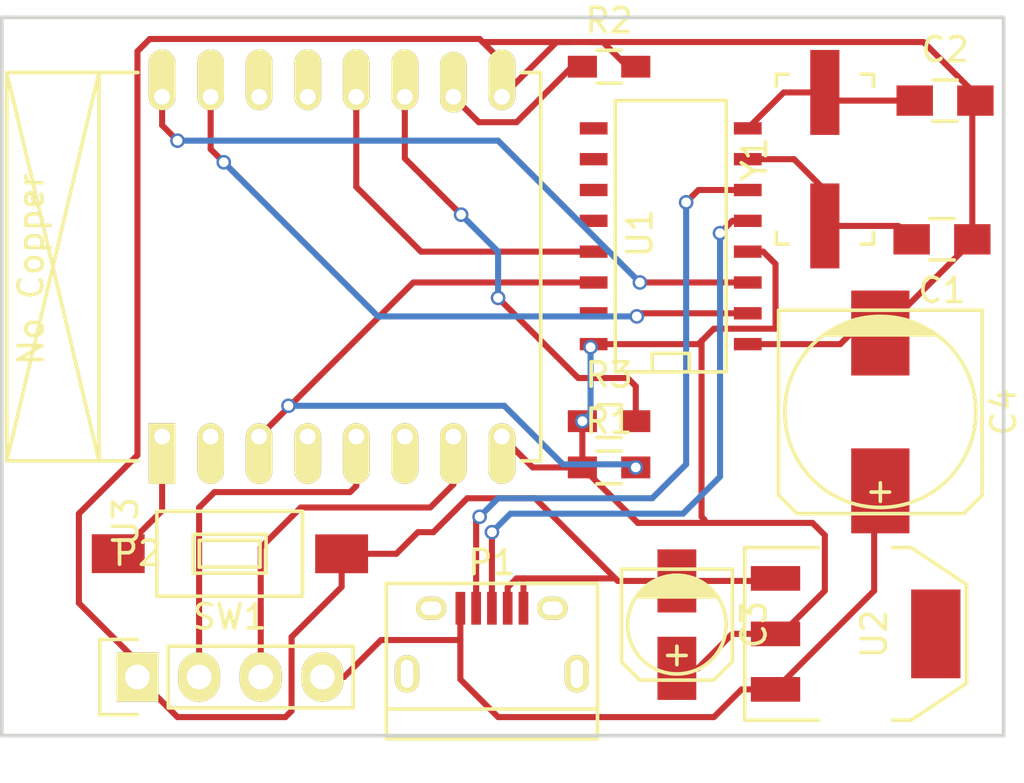
<source format=kicad_pcb>
(kicad_pcb (version 4) (host pcbnew 4.0.0~rc1a-stable)

  (general
    (links 36)
    (no_connects 0)
    (area 127.305999 74.092999 168.731001 103.834001)
    (thickness 1.6)
    (drawings 5)
    (tracks 174)
    (zones 0)
    (modules 14)
    (nets 27)
  )

  (page A4)
  (layers
    (0 F.Cu signal)
    (31 B.Cu signal)
    (32 B.Adhes user)
    (33 F.Adhes user)
    (34 B.Paste user)
    (35 F.Paste user)
    (36 B.SilkS user)
    (37 F.SilkS user)
    (38 B.Mask user)
    (39 F.Mask user)
    (40 Dwgs.User user)
    (41 Cmts.User user)
    (42 Eco1.User user)
    (43 Eco2.User user)
    (44 Edge.Cuts user)
    (45 Margin user)
    (46 B.CrtYd user)
    (47 F.CrtYd user)
    (48 B.Fab user)
    (49 F.Fab user)
  )

  (setup
    (last_trace_width 0.25)
    (trace_clearance 0.2)
    (zone_clearance 0.508)
    (zone_45_only no)
    (trace_min 0.2)
    (segment_width 0.2)
    (edge_width 0.15)
    (via_size 0.6)
    (via_drill 0.4)
    (via_min_size 0.4)
    (via_min_drill 0.3)
    (uvia_size 0.3)
    (uvia_drill 0.1)
    (uvias_allowed no)
    (uvia_min_size 0.2)
    (uvia_min_drill 0.1)
    (pcb_text_width 0.3)
    (pcb_text_size 1.5 1.5)
    (mod_edge_width 0.15)
    (mod_text_size 1 1)
    (mod_text_width 0.15)
    (pad_size 1.524 1.524)
    (pad_drill 0.762)
    (pad_to_mask_clearance 0.2)
    (aux_axis_origin 0 0)
    (visible_elements FFFFFF7F)
    (pcbplotparams
      (layerselection 0x010f0_80000001)
      (usegerberextensions false)
      (excludeedgelayer true)
      (linewidth 0.100000)
      (plotframeref false)
      (viasonmask false)
      (mode 1)
      (useauxorigin false)
      (hpglpennumber 1)
      (hpglpenspeed 20)
      (hpglpendiameter 15)
      (hpglpenoverlay 2)
      (psnegative false)
      (psa4output false)
      (plotreference true)
      (plotvalue true)
      (plotinvisibletext false)
      (padsonsilk false)
      (subtractmaskfromsilk false)
      (outputformat 1)
      (mirror false)
      (drillshape 0)
      (scaleselection 1)
      (outputdirectory ""))
  )

  (net 0 "")
  (net 1 /GND)
  (net 2 "Net-(C1-Pad2)")
  (net 3 "Net-(C2-Pad1)")
  (net 4 /3.3V)
  (net 5 /5V)
  (net 6 "Net-(P1-Pad2)")
  (net 7 "Net-(P1-Pad3)")
  (net 8 /CLOCK)
  (net 9 /MOSI)
  (net 10 /RTS)
  (net 11 "Net-(R2-Pad1)")
  (net 12 "Net-(R3-Pad2)")
  (net 13 /DTR)
  (net 14 "Net-(U1-Pad12)")
  (net 15 "Net-(U1-Pad11)")
  (net 16 "Net-(U1-Pad10)")
  (net 17 "Net-(U1-Pad9)")
  (net 18 /RX)
  (net 19 /TX)
  (net 20 "Net-(U1-Pad15)")
  (net 21 "Net-(U3-Pad2)")
  (net 22 "Net-(U3-Pad4)")
  (net 23 "Net-(U3-Pad6)")
  (net 24 "Net-(U3-Pad13)")
  (net 25 "Net-(U3-Pad14)")
  (net 26 /RESET)

  (net_class Default "This is the default net class."
    (clearance 0.2)
    (trace_width 0.25)
    (via_dia 0.6)
    (via_drill 0.4)
    (uvia_dia 0.3)
    (uvia_drill 0.1)
    (add_net /3.3V)
    (add_net /5V)
    (add_net /CLOCK)
    (add_net /DTR)
    (add_net /GND)
    (add_net /MOSI)
    (add_net /RESET)
    (add_net /RTS)
    (add_net /RX)
    (add_net /TX)
    (add_net "Net-(C1-Pad2)")
    (add_net "Net-(C2-Pad1)")
    (add_net "Net-(P1-Pad2)")
    (add_net "Net-(P1-Pad3)")
    (add_net "Net-(R2-Pad1)")
    (add_net "Net-(R3-Pad2)")
    (add_net "Net-(U1-Pad10)")
    (add_net "Net-(U1-Pad11)")
    (add_net "Net-(U1-Pad12)")
    (add_net "Net-(U1-Pad15)")
    (add_net "Net-(U1-Pad9)")
    (add_net "Net-(U3-Pad13)")
    (add_net "Net-(U3-Pad14)")
    (add_net "Net-(U3-Pad2)")
    (add_net "Net-(U3-Pad4)")
    (add_net "Net-(U3-Pad6)")
  )

  (module Capacitors_SMD:C_0805_HandSoldering (layer F.Cu) (tedit 541A9B8D) (tstamp 568B2579)
    (at 166.116 83.312 180)
    (descr "Capacitor SMD 0805, hand soldering")
    (tags "capacitor 0805")
    (path /568AD759)
    (attr smd)
    (fp_text reference C1 (at 0 -2.1 180) (layer F.SilkS)
      (effects (font (size 1 1) (thickness 0.15)))
    )
    (fp_text value 22pF (at 0 2.1 180) (layer F.Fab)
      (effects (font (size 1 1) (thickness 0.15)))
    )
    (fp_line (start -2.3 -1) (end 2.3 -1) (layer F.CrtYd) (width 0.05))
    (fp_line (start -2.3 1) (end 2.3 1) (layer F.CrtYd) (width 0.05))
    (fp_line (start -2.3 -1) (end -2.3 1) (layer F.CrtYd) (width 0.05))
    (fp_line (start 2.3 -1) (end 2.3 1) (layer F.CrtYd) (width 0.05))
    (fp_line (start 0.5 -0.85) (end -0.5 -0.85) (layer F.SilkS) (width 0.15))
    (fp_line (start -0.5 0.85) (end 0.5 0.85) (layer F.SilkS) (width 0.15))
    (pad 1 smd rect (at -1.25 0 180) (size 1.5 1.25) (layers F.Cu F.Paste F.Mask)
      (net 1 /GND))
    (pad 2 smd rect (at 1.25 0 180) (size 1.5 1.25) (layers F.Cu F.Paste F.Mask)
      (net 2 "Net-(C1-Pad2)"))
    (model Capacitors_SMD.3dshapes/C_0805_HandSoldering.wrl
      (at (xyz 0 0 0))
      (scale (xyz 1 1 1))
      (rotate (xyz 0 0 0))
    )
  )

  (module Capacitors_SMD:C_0805_HandSoldering (layer F.Cu) (tedit 541A9B8D) (tstamp 568B257F)
    (at 166.243 77.597)
    (descr "Capacitor SMD 0805, hand soldering")
    (tags "capacitor 0805")
    (path /568AD8D0)
    (attr smd)
    (fp_text reference C2 (at 0 -2.1) (layer F.SilkS)
      (effects (font (size 1 1) (thickness 0.15)))
    )
    (fp_text value 22pF (at 0 2.1) (layer F.Fab)
      (effects (font (size 1 1) (thickness 0.15)))
    )
    (fp_line (start -2.3 -1) (end 2.3 -1) (layer F.CrtYd) (width 0.05))
    (fp_line (start -2.3 1) (end 2.3 1) (layer F.CrtYd) (width 0.05))
    (fp_line (start -2.3 -1) (end -2.3 1) (layer F.CrtYd) (width 0.05))
    (fp_line (start 2.3 -1) (end 2.3 1) (layer F.CrtYd) (width 0.05))
    (fp_line (start 0.5 -0.85) (end -0.5 -0.85) (layer F.SilkS) (width 0.15))
    (fp_line (start -0.5 0.85) (end 0.5 0.85) (layer F.SilkS) (width 0.15))
    (pad 1 smd rect (at -1.25 0) (size 1.5 1.25) (layers F.Cu F.Paste F.Mask)
      (net 3 "Net-(C2-Pad1)"))
    (pad 2 smd rect (at 1.25 0) (size 1.5 1.25) (layers F.Cu F.Paste F.Mask)
      (net 1 /GND))
    (model Capacitors_SMD.3dshapes/C_0805_HandSoldering.wrl
      (at (xyz 0 0 0))
      (scale (xyz 1 1 1))
      (rotate (xyz 0 0 0))
    )
  )

  (module Capacitors_SMD:c_elec_4x5.8 (layer F.Cu) (tedit 556FDF7F) (tstamp 568B2585)
    (at 155.194 99.187 270)
    (descr "SMT capacitor, aluminium electrolytic, 4x5.8")
    (path /568ADE78)
    (attr smd)
    (fp_text reference C3 (at 0 -3.175 270) (layer F.SilkS)
      (effects (font (size 1 1) (thickness 0.15)))
    )
    (fp_text value 22uF (at 0 3.175 270) (layer F.Fab)
      (effects (font (size 1 1) (thickness 0.15)))
    )
    (fp_line (start -3.35 -2.65) (end 3.35 -2.65) (layer F.CrtYd) (width 0.05))
    (fp_line (start 3.35 -2.65) (end 3.35 2.65) (layer F.CrtYd) (width 0.05))
    (fp_line (start 3.35 2.65) (end -3.35 2.65) (layer F.CrtYd) (width 0.05))
    (fp_line (start -3.35 2.65) (end -3.35 -2.65) (layer F.CrtYd) (width 0.05))
    (fp_line (start 1.651 0) (end 0.889 0) (layer F.SilkS) (width 0.15))
    (fp_line (start 1.27 -0.381) (end 1.27 0.381) (layer F.SilkS) (width 0.15))
    (fp_line (start 1.524 2.286) (end -2.286 2.286) (layer F.SilkS) (width 0.15))
    (fp_line (start 2.286 -1.524) (end 2.286 1.524) (layer F.SilkS) (width 0.15))
    (fp_line (start 1.524 2.286) (end 2.286 1.524) (layer F.SilkS) (width 0.15))
    (fp_line (start 1.524 -2.286) (end -2.286 -2.286) (layer F.SilkS) (width 0.15))
    (fp_line (start 1.524 -2.286) (end 2.286 -1.524) (layer F.SilkS) (width 0.15))
    (fp_line (start -2.032 0.127) (end -2.032 -0.127) (layer F.SilkS) (width 0.15))
    (fp_line (start -1.905 -0.635) (end -1.905 0.635) (layer F.SilkS) (width 0.15))
    (fp_line (start -1.778 0.889) (end -1.778 -0.889) (layer F.SilkS) (width 0.15))
    (fp_line (start -1.651 1.143) (end -1.651 -1.143) (layer F.SilkS) (width 0.15))
    (fp_line (start -1.524 -1.27) (end -1.524 1.27) (layer F.SilkS) (width 0.15))
    (fp_line (start -1.397 1.397) (end -1.397 -1.397) (layer F.SilkS) (width 0.15))
    (fp_line (start -1.27 -1.524) (end -1.27 1.524) (layer F.SilkS) (width 0.15))
    (fp_line (start -1.143 -1.651) (end -1.143 1.651) (layer F.SilkS) (width 0.15))
    (fp_line (start -2.286 -2.286) (end -2.286 2.286) (layer F.SilkS) (width 0.15))
    (fp_circle (center 0 0) (end -2.032 0) (layer F.SilkS) (width 0.15))
    (pad 1 smd rect (at 1.80086 0 270) (size 2.60096 1.6002) (layers F.Cu F.Paste F.Mask)
      (net 4 /3.3V))
    (pad 2 smd rect (at -1.80086 0 270) (size 2.60096 1.6002) (layers F.Cu F.Paste F.Mask)
      (net 1 /GND))
    (model Capacitors_SMD.3dshapes/c_elec_4x5.8.wrl
      (at (xyz 0 0 0))
      (scale (xyz 1 1 1))
      (rotate (xyz 0 0 0))
    )
  )

  (module Capacitors_SMD:c_elec_8x10 (layer F.Cu) (tedit 55729723) (tstamp 568B258B)
    (at 163.576 90.424 270)
    (descr "SMT capacitor, aluminium electrolytic, 8x10")
    (path /568AE44B)
    (attr smd)
    (fp_text reference C4 (at 0 -5.08 270) (layer F.SilkS)
      (effects (font (size 1 1) (thickness 0.15)))
    )
    (fp_text value 470uF (at 0 5.08 270) (layer F.Fab)
      (effects (font (size 1 1) (thickness 0.15)))
    )
    (fp_line (start -5.35 -4.55) (end 5.35 -4.55) (layer F.CrtYd) (width 0.05))
    (fp_line (start 5.35 -4.55) (end 5.35 4.55) (layer F.CrtYd) (width 0.05))
    (fp_line (start 5.35 4.55) (end -5.35 4.55) (layer F.CrtYd) (width 0.05))
    (fp_line (start -5.35 4.55) (end -5.35 -4.55) (layer F.CrtYd) (width 0.05))
    (fp_line (start -3.81 -1.016) (end -3.81 1.016) (layer F.SilkS) (width 0.15))
    (fp_line (start -3.683 1.397) (end -3.683 -1.397) (layer F.SilkS) (width 0.15))
    (fp_line (start -3.556 -1.651) (end -3.556 1.651) (layer F.SilkS) (width 0.15))
    (fp_line (start -3.429 1.905) (end -3.429 -1.905) (layer F.SilkS) (width 0.15))
    (fp_line (start -3.302 2.032) (end -3.302 -2.032) (layer F.SilkS) (width 0.15))
    (fp_line (start -3.175 -2.286) (end -3.175 2.286) (layer F.SilkS) (width 0.15))
    (fp_line (start -4.191 -4.191) (end -4.191 4.191) (layer F.SilkS) (width 0.15))
    (fp_line (start -4.191 4.191) (end 3.429 4.191) (layer F.SilkS) (width 0.15))
    (fp_line (start 3.429 4.191) (end 4.191 3.429) (layer F.SilkS) (width 0.15))
    (fp_line (start 4.191 3.429) (end 4.191 -3.429) (layer F.SilkS) (width 0.15))
    (fp_line (start 4.191 -3.429) (end 3.429 -4.191) (layer F.SilkS) (width 0.15))
    (fp_line (start 3.429 -4.191) (end -4.191 -4.191) (layer F.SilkS) (width 0.15))
    (fp_line (start 3.683 0) (end 2.921 0) (layer F.SilkS) (width 0.15))
    (fp_line (start 3.302 -0.381) (end 3.302 0.381) (layer F.SilkS) (width 0.15))
    (fp_circle (center 0 0) (end 3.937 0) (layer F.SilkS) (width 0.15))
    (pad 1 smd rect (at 3.2512 0 270) (size 3.50012 2.4003) (layers F.Cu F.Paste F.Mask)
      (net 5 /5V))
    (pad 2 smd rect (at -3.2512 0 270) (size 3.50012 2.4003) (layers F.Cu F.Paste F.Mask)
      (net 1 /GND))
    (model Capacitors_SMD.3dshapes/c_elec_8x10.wrl
      (at (xyz 0 0 0))
      (scale (xyz 1 1 1))
      (rotate (xyz 0 0 0))
    )
  )

  (module Connect:USB_Micro-B (layer F.Cu) (tedit 5543E447) (tstamp 568B2598)
    (at 147.574 100.076)
    (descr "Micro USB Type B Receptacle")
    (tags "USB USB_B USB_micro USB_OTG")
    (path /568AD4FF)
    (attr smd)
    (fp_text reference P1 (at 0 -3.45) (layer F.SilkS)
      (effects (font (size 1 1) (thickness 0.15)))
    )
    (fp_text value USB_B (at 0 4.8) (layer F.Fab)
      (effects (font (size 1 1) (thickness 0.15)))
    )
    (fp_line (start -4.6 -2.8) (end 4.6 -2.8) (layer F.CrtYd) (width 0.05))
    (fp_line (start 4.6 -2.8) (end 4.6 4.05) (layer F.CrtYd) (width 0.05))
    (fp_line (start 4.6 4.05) (end -4.6 4.05) (layer F.CrtYd) (width 0.05))
    (fp_line (start -4.6 4.05) (end -4.6 -2.8) (layer F.CrtYd) (width 0.05))
    (fp_line (start -4.3509 3.81746) (end 4.3491 3.81746) (layer F.SilkS) (width 0.15))
    (fp_line (start -4.3509 -2.58754) (end 4.3491 -2.58754) (layer F.SilkS) (width 0.15))
    (fp_line (start 4.3491 -2.58754) (end 4.3491 3.81746) (layer F.SilkS) (width 0.15))
    (fp_line (start 4.3491 2.58746) (end -4.3509 2.58746) (layer F.SilkS) (width 0.15))
    (fp_line (start -4.3509 3.81746) (end -4.3509 -2.58754) (layer F.SilkS) (width 0.15))
    (pad 1 smd rect (at -1.3009 -1.56254 90) (size 1.35 0.4) (layers F.Cu F.Paste F.Mask)
      (net 5 /5V))
    (pad 2 smd rect (at -0.6509 -1.56254 90) (size 1.35 0.4) (layers F.Cu F.Paste F.Mask)
      (net 6 "Net-(P1-Pad2)"))
    (pad 3 smd rect (at -0.0009 -1.56254 90) (size 1.35 0.4) (layers F.Cu F.Paste F.Mask)
      (net 7 "Net-(P1-Pad3)"))
    (pad 4 smd rect (at 0.6491 -1.56254 90) (size 1.35 0.4) (layers F.Cu F.Paste F.Mask)
      (net 1 /GND))
    (pad 5 smd rect (at 1.2991 -1.56254 90) (size 1.35 0.4) (layers F.Cu F.Paste F.Mask)
      (net 1 /GND))
    (pad 6 thru_hole oval (at -2.5009 -1.56254 90) (size 0.95 1.25) (drill oval 0.55 0.85) (layers *.Cu *.Mask F.SilkS))
    (pad 6 thru_hole oval (at 2.4991 -1.56254 90) (size 0.95 1.25) (drill oval 0.55 0.85) (layers *.Cu *.Mask F.SilkS))
    (pad 6 thru_hole oval (at -3.5009 1.13746 90) (size 1.55 1) (drill oval 1.15 0.5) (layers *.Cu *.Mask F.SilkS))
    (pad 6 thru_hole oval (at 3.4991 1.13746 90) (size 1.55 1) (drill oval 1.15 0.5) (layers *.Cu *.Mask F.SilkS))
  )

  (module Socket_Strips:Socket_Strip_Straight_1x04 (layer F.Cu) (tedit 0) (tstamp 568B25A0)
    (at 132.969 101.346)
    (descr "Through hole socket strip")
    (tags "socket strip")
    (path /568B08A9)
    (fp_text reference P2 (at 0 -5.1) (layer F.SilkS)
      (effects (font (size 1 1) (thickness 0.15)))
    )
    (fp_text value CONN_01X04 (at 0 -3.1) (layer F.Fab)
      (effects (font (size 1 1) (thickness 0.15)))
    )
    (fp_line (start -1.75 -1.75) (end -1.75 1.75) (layer F.CrtYd) (width 0.05))
    (fp_line (start 9.4 -1.75) (end 9.4 1.75) (layer F.CrtYd) (width 0.05))
    (fp_line (start -1.75 -1.75) (end 9.4 -1.75) (layer F.CrtYd) (width 0.05))
    (fp_line (start -1.75 1.75) (end 9.4 1.75) (layer F.CrtYd) (width 0.05))
    (fp_line (start 1.27 -1.27) (end 8.89 -1.27) (layer F.SilkS) (width 0.15))
    (fp_line (start 1.27 1.27) (end 8.89 1.27) (layer F.SilkS) (width 0.15))
    (fp_line (start -1.55 1.55) (end 0 1.55) (layer F.SilkS) (width 0.15))
    (fp_line (start 8.89 -1.27) (end 8.89 1.27) (layer F.SilkS) (width 0.15))
    (fp_line (start 1.27 1.27) (end 1.27 -1.27) (layer F.SilkS) (width 0.15))
    (fp_line (start 0 -1.55) (end -1.55 -1.55) (layer F.SilkS) (width 0.15))
    (fp_line (start -1.55 -1.55) (end -1.55 1.55) (layer F.SilkS) (width 0.15))
    (pad 1 thru_hole rect (at 0 0) (size 1.7272 2.032) (drill 1.016) (layers *.Cu *.Mask F.SilkS)
      (net 1 /GND))
    (pad 2 thru_hole oval (at 2.54 0) (size 1.7272 2.032) (drill 1.016) (layers *.Cu *.Mask F.SilkS)
      (net 8 /CLOCK))
    (pad 3 thru_hole oval (at 5.08 0) (size 1.7272 2.032) (drill 1.016) (layers *.Cu *.Mask F.SilkS)
      (net 9 /MOSI))
    (pad 4 thru_hole oval (at 7.62 0) (size 1.7272 2.032) (drill 1.016) (layers *.Cu *.Mask F.SilkS)
      (net 5 /5V))
    (model Socket_Strips.3dshapes/Socket_Strip_Straight_1x04.wrl
      (at (xyz 0.15 0 0))
      (scale (xyz 1 1 1))
      (rotate (xyz 0 0 180))
    )
  )

  (module Buttons_Switches_SMD:SW_SPST_FSMSM (layer F.Cu) (tedit 555C8B1B) (tstamp 568B25B8)
    (at 136.779 96.266 180)
    (descr http://www.te.com/commerce/DocumentDelivery/DDEController?Action=srchrtrv&DocNm=1437566-3&DocType=Customer+Drawing&DocLang=English)
    (tags "SPST button tactile switch")
    (path /568B036D)
    (attr smd)
    (fp_text reference SW1 (at 0.01011 -2.60022 180) (layer F.SilkS)
      (effects (font (size 1 1) (thickness 0.15)))
    )
    (fp_text value SW_PUSH (at 0.01011 -0.00022 180) (layer F.Fab)
      (effects (font (size 1 1) (thickness 0.15)))
    )
    (fp_line (start -1.23989 -0.55022) (end 1.26011 -0.55022) (layer F.SilkS) (width 0.15))
    (fp_line (start 1.26011 -0.55022) (end 1.26011 0.54978) (layer F.SilkS) (width 0.15))
    (fp_line (start 1.26011 0.54978) (end -1.23989 0.54978) (layer F.SilkS) (width 0.15))
    (fp_line (start -1.23989 0.54978) (end -1.23989 -0.55022) (layer F.SilkS) (width 0.15))
    (fp_line (start -1.48989 0.79978) (end 1.51011 0.79978) (layer F.SilkS) (width 0.15))
    (fp_line (start -1.48989 -0.80022) (end 1.51011 -0.80022) (layer F.SilkS) (width 0.15))
    (fp_line (start 1.51011 -0.80022) (end 1.51011 0.79978) (layer F.SilkS) (width 0.15))
    (fp_line (start -1.48989 -0.80022) (end -1.48989 0.79978) (layer F.SilkS) (width 0.15))
    (fp_line (start -5.85 1.95) (end 5.9 1.95) (layer F.CrtYd) (width 0.05))
    (fp_line (start 5.9 -2) (end 5.9 1.95) (layer F.CrtYd) (width 0.05))
    (fp_line (start -2.98989 1.74978) (end 3.01011 1.74978) (layer F.SilkS) (width 0.15))
    (fp_line (start -2.98989 -1.75022) (end 3.01011 -1.75022) (layer F.SilkS) (width 0.15))
    (fp_line (start -2.98989 -1.75022) (end -2.98989 1.74978) (layer F.SilkS) (width 0.15))
    (fp_line (start 3.01011 -1.75022) (end 3.01011 1.74978) (layer F.SilkS) (width 0.15))
    (fp_line (start -5.85 -2) (end -5.85 1.95) (layer F.CrtYd) (width 0.05))
    (fp_line (start -5.85 -2) (end 5.9 -2) (layer F.CrtYd) (width 0.05))
    (pad 1 smd rect (at -4.60243 -0.00232 180) (size 2.18 1.6) (layers F.Cu F.Paste F.Mask)
      (net 1 /GND))
    (pad 2 smd rect (at 4.60243 0.00232 180) (size 2.18 1.6) (layers F.Cu F.Paste F.Mask)
      (net 26 /RESET))
  )

  (module SMD_Packages:SO-16-N (layer F.Cu) (tedit 0) (tstamp 568B25CC)
    (at 154.94 83.185 90)
    (descr "Module CMS SOJ 16 pins large")
    (tags "CMS SOJ")
    (path /568AD44A)
    (attr smd)
    (fp_text reference U1 (at 0.127 -1.27 90) (layer F.SilkS)
      (effects (font (size 1 1) (thickness 0.15)))
    )
    (fp_text value CH340G (at 0 1.27 90) (layer F.Fab)
      (effects (font (size 1 1) (thickness 0.15)))
    )
    (fp_line (start -5.588 -0.762) (end -4.826 -0.762) (layer F.SilkS) (width 0.15))
    (fp_line (start -4.826 -0.762) (end -4.826 0.762) (layer F.SilkS) (width 0.15))
    (fp_line (start -4.826 0.762) (end -5.588 0.762) (layer F.SilkS) (width 0.15))
    (fp_line (start 5.588 -2.286) (end 5.588 2.286) (layer F.SilkS) (width 0.15))
    (fp_line (start 5.588 2.286) (end -5.588 2.286) (layer F.SilkS) (width 0.15))
    (fp_line (start -5.588 2.286) (end -5.588 -2.286) (layer F.SilkS) (width 0.15))
    (fp_line (start -5.588 -2.286) (end 5.588 -2.286) (layer F.SilkS) (width 0.15))
    (pad 16 smd rect (at -4.445 -3.175 90) (size 0.508 1.143) (layers F.Cu F.Paste F.Mask)
      (net 4 /3.3V))
    (pad 14 smd rect (at -1.905 -3.175 90) (size 0.508 1.143) (layers F.Cu F.Paste F.Mask)
      (net 10 /RTS))
    (pad 13 smd rect (at -0.635 -3.175 90) (size 0.508 1.143) (layers F.Cu F.Paste F.Mask)
      (net 13 /DTR))
    (pad 12 smd rect (at 0.635 -3.175 90) (size 0.508 1.143) (layers F.Cu F.Paste F.Mask)
      (net 14 "Net-(U1-Pad12)"))
    (pad 11 smd rect (at 1.905 -3.175 90) (size 0.508 1.143) (layers F.Cu F.Paste F.Mask)
      (net 15 "Net-(U1-Pad11)"))
    (pad 10 smd rect (at 3.175 -3.175 90) (size 0.508 1.143) (layers F.Cu F.Paste F.Mask)
      (net 16 "Net-(U1-Pad10)"))
    (pad 9 smd rect (at 4.445 -3.175 90) (size 0.508 1.143) (layers F.Cu F.Paste F.Mask)
      (net 17 "Net-(U1-Pad9)"))
    (pad 8 smd rect (at 4.445 3.175 90) (size 0.508 1.143) (layers F.Cu F.Paste F.Mask)
      (net 3 "Net-(C2-Pad1)"))
    (pad 7 smd rect (at 3.175 3.175 90) (size 0.508 1.143) (layers F.Cu F.Paste F.Mask)
      (net 2 "Net-(C1-Pad2)"))
    (pad 6 smd rect (at 1.905 3.175 90) (size 0.508 1.143) (layers F.Cu F.Paste F.Mask)
      (net 6 "Net-(P1-Pad2)"))
    (pad 5 smd rect (at 0.635 3.175 90) (size 0.508 1.143) (layers F.Cu F.Paste F.Mask)
      (net 7 "Net-(P1-Pad3)"))
    (pad 4 smd rect (at -0.635 3.175 90) (size 0.508 1.143) (layers F.Cu F.Paste F.Mask)
      (net 4 /3.3V))
    (pad 3 smd rect (at -1.905 3.175 90) (size 0.508 1.143) (layers F.Cu F.Paste F.Mask)
      (net 18 /RX))
    (pad 2 smd rect (at -3.175 3.175 90) (size 0.508 1.143) (layers F.Cu F.Paste F.Mask)
      (net 19 /TX))
    (pad 1 smd rect (at -4.445 3.175 90) (size 0.508 1.143) (layers F.Cu F.Paste F.Mask)
      (net 1 /GND))
    (pad 15 smd rect (at -3.175 -3.175 90) (size 0.508 1.143) (layers F.Cu F.Paste F.Mask)
      (net 20 "Net-(U1-Pad15)"))
    (model SMD_Packages.3dshapes/SO-16-N.wrl
      (at (xyz 0 0 0))
      (scale (xyz 0.5 0.4 0.5))
      (rotate (xyz 0 0 0))
    )
  )

  (module TO_SOT_Packages_SMD:SOT-223 (layer F.Cu) (tedit 0) (tstamp 568B25D4)
    (at 162.56 99.568 270)
    (descr "module CMS SOT223 4 pins")
    (tags "CMS SOT")
    (path /568ADDE9)
    (attr smd)
    (fp_text reference U2 (at 0 -0.762 270) (layer F.SilkS)
      (effects (font (size 1 1) (thickness 0.15)))
    )
    (fp_text value AMS1117 (at 0 0.762 270) (layer F.Fab)
      (effects (font (size 1 1) (thickness 0.15)))
    )
    (fp_line (start -3.556 1.524) (end -3.556 4.572) (layer F.SilkS) (width 0.15))
    (fp_line (start -3.556 4.572) (end 3.556 4.572) (layer F.SilkS) (width 0.15))
    (fp_line (start 3.556 4.572) (end 3.556 1.524) (layer F.SilkS) (width 0.15))
    (fp_line (start -3.556 -1.524) (end -3.556 -2.286) (layer F.SilkS) (width 0.15))
    (fp_line (start -3.556 -2.286) (end -2.032 -4.572) (layer F.SilkS) (width 0.15))
    (fp_line (start -2.032 -4.572) (end 2.032 -4.572) (layer F.SilkS) (width 0.15))
    (fp_line (start 2.032 -4.572) (end 3.556 -2.286) (layer F.SilkS) (width 0.15))
    (fp_line (start 3.556 -2.286) (end 3.556 -1.524) (layer F.SilkS) (width 0.15))
    (pad 4 smd rect (at 0 -3.302 270) (size 3.6576 2.032) (layers F.Cu F.Paste F.Mask))
    (pad 2 smd rect (at 0 3.302 270) (size 1.016 2.032) (layers F.Cu F.Paste F.Mask)
      (net 4 /3.3V))
    (pad 3 smd rect (at 2.286 3.302 270) (size 1.016 2.032) (layers F.Cu F.Paste F.Mask)
      (net 5 /5V))
    (pad 1 smd rect (at -2.286 3.302 270) (size 1.016 2.032) (layers F.Cu F.Paste F.Mask)
      (net 1 /GND))
    (model TO_SOT_Packages_SMD.3dshapes/SOT-223.wrl
      (at (xyz 0 0 0))
      (scale (xyz 0.4 0.4 0.4))
      (rotate (xyz 0 0 0))
    )
  )

  (module ESP8266:ESP-07v2 (layer F.Cu) (tedit 556A0367) (tstamp 568B25E8)
    (at 133.985 91.44 90)
    (descr "Module, ESP-8266, ESP-07v2, 16 pad, SMD")
    (tags "Module ESP-8266 ESP8266")
    (path /568AF7AA)
    (fp_text reference U3 (at -3.5 -1.5 90) (layer F.SilkS)
      (effects (font (size 1 1) (thickness 0.15)))
    )
    (fp_text value ESP-07v2 (at 7.25 2.25 90) (layer F.Fab)
      (effects (font (size 1 1) (thickness 0.15)))
    )
    (fp_line (start -2.25 -0.5) (end -2.25 -6.65) (layer F.CrtYd) (width 0.05))
    (fp_line (start -2.25 -6.65) (end 16.25 -6.65) (layer F.CrtYd) (width 0.05))
    (fp_line (start 16.25 -6.65) (end 16.25 16) (layer F.CrtYd) (width 0.05))
    (fp_line (start 16.25 16) (end -2.25 16) (layer F.CrtYd) (width 0.05))
    (fp_line (start -2.25 16) (end -2.25 -0.5) (layer F.CrtYd) (width 0.05))
    (fp_line (start -1 -6.4) (end 15 -6.4) (layer F.SilkS) (width 0.1524))
    (fp_line (start 15 -6.4) (end 15 -1) (layer F.SilkS) (width 0.1524))
    (fp_line (start -1 -6.4) (end -1 -1) (layer F.SilkS) (width 0.1524))
    (fp_line (start -1 14.8) (end -1 15.6) (layer F.SilkS) (width 0.1524))
    (fp_line (start -1 15.6) (end 15 15.6) (layer F.SilkS) (width 0.1524))
    (fp_line (start 15 15.6) (end 15 14.8) (layer F.SilkS) (width 0.1524))
    (fp_line (start 15 -6.4) (end -1 -2.6) (layer F.SilkS) (width 0.1524))
    (fp_line (start -1 -6.4) (end 15 -2.6) (layer F.SilkS) (width 0.1524))
    (fp_text user "No Copper" (at 6.892 -5.4 90) (layer F.SilkS)
      (effects (font (size 1 1) (thickness 0.15)))
    )
    (fp_line (start -1.008 -2.6) (end 14.992 -2.6) (layer F.SilkS) (width 0.1524))
    (fp_line (start 15 -6.4) (end 15 15.6) (layer F.Fab) (width 0.05))
    (fp_line (start 15 15.6) (end -1 15.6) (layer F.Fab) (width 0.05))
    (fp_line (start -1.008 15.6) (end -1.008 -6.4) (layer F.Fab) (width 0.05))
    (fp_line (start -1 -6.4) (end 15 -6.4) (layer F.Fab) (width 0.05))
    (pad 1 thru_hole rect (at 0 0 90) (size 2.5 1.1) (drill 0.65 (offset -0.7 0)) (layers *.Cu *.Mask F.SilkS)
      (net 26 /RESET))
    (pad 2 thru_hole oval (at 0 2 90) (size 2.5 1.1) (drill 0.65 (offset -0.7 0)) (layers *.Cu *.Mask F.SilkS)
      (net 21 "Net-(U3-Pad2)"))
    (pad 3 thru_hole oval (at 0 4 90) (size 2.5 1.1) (drill 0.65 (offset -0.7 0)) (layers *.Cu *.Mask F.SilkS)
      (net 10 /RTS))
    (pad 4 thru_hole oval (at 0 6 90) (size 2.5 1.1) (drill 0.65 (offset -0.7 0)) (layers *.Cu *.Mask F.SilkS)
      (net 22 "Net-(U3-Pad4)"))
    (pad 5 thru_hole oval (at 0 8 90) (size 2.5 1.1) (drill 0.65 (offset -0.7 0)) (layers *.Cu *.Mask F.SilkS)
      (net 8 /CLOCK))
    (pad 6 thru_hole oval (at 0 10 90) (size 2.5 1.1) (drill 0.65 (offset -0.7 0)) (layers *.Cu *.Mask F.SilkS)
      (net 23 "Net-(U3-Pad6)"))
    (pad 7 thru_hole oval (at 0 12 90) (size 2.5 1.1) (drill 0.65 (offset -0.7 0)) (layers *.Cu *.Mask F.SilkS)
      (net 9 /MOSI))
    (pad 8 thru_hole oval (at 0 14 90) (size 2.5 1.1) (drill 0.65 (offset -0.7 0)) (layers *.Cu *.Mask F.SilkS)
      (net 4 /3.3V))
    (pad 9 thru_hole oval (at 14 14 90) (size 2.5 1.1) (drill 0.65 (offset 0.7 0)) (layers *.Cu *.Mask F.SilkS)
      (net 1 /GND))
    (pad 10 thru_hole oval (at 14 12 90) (size 2.5 1.1) (drill 0.65 (offset 0.6 0)) (layers *.Cu *.Mask F.SilkS)
      (net 11 "Net-(R2-Pad1)"))
    (pad 11 thru_hole oval (at 14 10 90) (size 2.5 1.1) (drill 0.65 (offset 0.7 0)) (layers *.Cu *.Mask F.SilkS)
      (net 12 "Net-(R3-Pad2)"))
    (pad 12 thru_hole oval (at 14 8 90) (size 2.5 1.1) (drill 0.65 (offset 0.7 0)) (layers *.Cu *.Mask F.SilkS)
      (net 13 /DTR))
    (pad 13 thru_hole oval (at 14 6 90) (size 2.5 1.1) (drill 0.65 (offset 0.7 0)) (layers *.Cu *.Mask F.SilkS)
      (net 24 "Net-(U3-Pad13)"))
    (pad 14 thru_hole oval (at 14 4 90) (size 2.5 1.1) (drill 0.65 (offset 0.7 0)) (layers *.Cu *.Mask F.SilkS)
      (net 25 "Net-(U3-Pad14)"))
    (pad 15 thru_hole oval (at 14 2 90) (size 2.5 1.1) (drill 0.65 (offset 0.7 0)) (layers *.Cu *.Mask F.SilkS)
      (net 19 /TX))
    (pad 16 thru_hole oval (at 14 0 90) (size 2.5 1.1) (drill 0.65 (offset 0.7 0)) (layers *.Cu *.Mask F.SilkS)
      (net 18 /RX))
    (model ${ESPLIB}/ESP8266.3dshapes/ESP-07v2.wrl
      (at (xyz 0 0 0))
      (scale (xyz 0.3937 0.3937 0.3937))
      (rotate (xyz 0 0 0))
    )
  )

  (module Rager:Crystal_CSM-3X_SMD (layer F.Cu) (tedit 568B22A8) (tstamp 568B25EE)
    (at 161.29 80.01 90)
    (path /568AD6AB)
    (fp_text reference Y1 (at 0 -2.9 90) (layer F.SilkS)
      (effects (font (size 1 1) (thickness 0.15)))
    )
    (fp_text value 20MHz (at 0 3.4 90) (layer F.Fab)
      (effects (font (size 1 1) (thickness 0.15)))
    )
    (fp_circle (center 0 0) (end -0.2 -0.5) (layer F.Adhes) (width 0.15))
    (fp_line (start 3.5 1.5) (end 3.5 2) (layer F.SilkS) (width 0.15))
    (fp_line (start 3.5 2) (end 3 2) (layer F.SilkS) (width 0.15))
    (fp_line (start 3.5 -2) (end 3 -2) (layer F.SilkS) (width 0.15))
    (fp_line (start 3.5 -2) (end 3.5 -1.5) (layer F.SilkS) (width 0.15))
    (fp_line (start -3.5 2) (end -3.5 1.5) (layer F.SilkS) (width 0.15))
    (fp_line (start -3.5 2) (end -3 2) (layer F.SilkS) (width 0.15))
    (fp_line (start -3.5 -1.5) (end -3.5 -2) (layer F.SilkS) (width 0.15))
    (fp_line (start -3.5 -2) (end -3 -2) (layer F.SilkS) (width 0.15))
    (pad 1 smd rect (at -2.75 0 90) (size 3.5 1.2) (layers F.Cu F.Paste F.Mask)
      (net 2 "Net-(C1-Pad2)"))
    (pad 2 smd rect (at 2.75 0 90) (size 3.5 1.2) (layers F.Cu F.Paste F.Mask)
      (net 3 "Net-(C2-Pad1)"))
  )

  (module Resistors_SMD:R_0603_HandSoldering (layer F.Cu) (tedit 5418A00F) (tstamp 568B2D2F)
    (at 152.4 92.71)
    (descr "Resistor SMD 0603, hand soldering")
    (tags "resistor 0603")
    (path /568B00B3)
    (attr smd)
    (fp_text reference R1 (at 0 -1.9) (layer F.SilkS)
      (effects (font (size 1 1) (thickness 0.15)))
    )
    (fp_text value 10kE (at 0 1.9) (layer F.Fab)
      (effects (font (size 1 1) (thickness 0.15)))
    )
    (fp_line (start -2 -0.8) (end 2 -0.8) (layer F.CrtYd) (width 0.05))
    (fp_line (start -2 0.8) (end 2 0.8) (layer F.CrtYd) (width 0.05))
    (fp_line (start -2 -0.8) (end -2 0.8) (layer F.CrtYd) (width 0.05))
    (fp_line (start 2 -0.8) (end 2 0.8) (layer F.CrtYd) (width 0.05))
    (fp_line (start 0.5 0.675) (end -0.5 0.675) (layer F.SilkS) (width 0.15))
    (fp_line (start -0.5 -0.675) (end 0.5 -0.675) (layer F.SilkS) (width 0.15))
    (pad 1 smd rect (at -1.1 0) (size 1.2 0.9) (layers F.Cu F.Paste F.Mask)
      (net 4 /3.3V))
    (pad 2 smd rect (at 1.1 0) (size 1.2 0.9) (layers F.Cu F.Paste F.Mask)
      (net 10 /RTS))
    (model Resistors_SMD.3dshapes/R_0603_HandSoldering.wrl
      (at (xyz 0 0 0))
      (scale (xyz 1 1 1))
      (rotate (xyz 0 0 0))
    )
  )

  (module Resistors_SMD:R_0603_HandSoldering (layer F.Cu) (tedit 5418A00F) (tstamp 568B2D34)
    (at 152.4 76.2)
    (descr "Resistor SMD 0603, hand soldering")
    (tags "resistor 0603")
    (path /568AFEC9)
    (attr smd)
    (fp_text reference R2 (at 0 -1.9) (layer F.SilkS)
      (effects (font (size 1 1) (thickness 0.15)))
    )
    (fp_text value 10kE (at 0 1.9) (layer F.Fab)
      (effects (font (size 1 1) (thickness 0.15)))
    )
    (fp_line (start -2 -0.8) (end 2 -0.8) (layer F.CrtYd) (width 0.05))
    (fp_line (start -2 0.8) (end 2 0.8) (layer F.CrtYd) (width 0.05))
    (fp_line (start -2 -0.8) (end -2 0.8) (layer F.CrtYd) (width 0.05))
    (fp_line (start 2 -0.8) (end 2 0.8) (layer F.CrtYd) (width 0.05))
    (fp_line (start 0.5 0.675) (end -0.5 0.675) (layer F.SilkS) (width 0.15))
    (fp_line (start -0.5 -0.675) (end 0.5 -0.675) (layer F.SilkS) (width 0.15))
    (pad 1 smd rect (at -1.1 0) (size 1.2 0.9) (layers F.Cu F.Paste F.Mask)
      (net 11 "Net-(R2-Pad1)"))
    (pad 2 smd rect (at 1.1 0) (size 1.2 0.9) (layers F.Cu F.Paste F.Mask)
      (net 1 /GND))
    (model Resistors_SMD.3dshapes/R_0603_HandSoldering.wrl
      (at (xyz 0 0 0))
      (scale (xyz 1 1 1))
      (rotate (xyz 0 0 0))
    )
  )

  (module Resistors_SMD:R_0603_HandSoldering (layer F.Cu) (tedit 5418A00F) (tstamp 568B2D39)
    (at 152.4 90.805)
    (descr "Resistor SMD 0603, hand soldering")
    (tags "resistor 0603")
    (path /568B05B4)
    (attr smd)
    (fp_text reference R3 (at 0 -1.9) (layer F.SilkS)
      (effects (font (size 1 1) (thickness 0.15)))
    )
    (fp_text value 10kE (at 0 1.9) (layer F.Fab)
      (effects (font (size 1 1) (thickness 0.15)))
    )
    (fp_line (start -2 -0.8) (end 2 -0.8) (layer F.CrtYd) (width 0.05))
    (fp_line (start -2 0.8) (end 2 0.8) (layer F.CrtYd) (width 0.05))
    (fp_line (start -2 -0.8) (end -2 0.8) (layer F.CrtYd) (width 0.05))
    (fp_line (start 2 -0.8) (end 2 0.8) (layer F.CrtYd) (width 0.05))
    (fp_line (start 0.5 0.675) (end -0.5 0.675) (layer F.SilkS) (width 0.15))
    (fp_line (start -0.5 -0.675) (end 0.5 -0.675) (layer F.SilkS) (width 0.15))
    (pad 1 smd rect (at -1.1 0) (size 1.2 0.9) (layers F.Cu F.Paste F.Mask)
      (net 4 /3.3V))
    (pad 2 smd rect (at 1.1 0) (size 1.2 0.9) (layers F.Cu F.Paste F.Mask)
      (net 12 "Net-(R3-Pad2)"))
    (model Resistors_SMD.3dshapes/R_0603_HandSoldering.wrl
      (at (xyz 0 0 0))
      (scale (xyz 1 1 1))
      (rotate (xyz 0 0 0))
    )
  )

  (gr_line (start 127.381 74.168) (end 127.635 74.168) (angle 90) (layer Edge.Cuts) (width 0.15))
  (gr_line (start 127.381 103.759) (end 127.381 74.168) (angle 90) (layer Edge.Cuts) (width 0.15))
  (gr_line (start 168.656 103.759) (end 127.381 103.759) (angle 90) (layer Edge.Cuts) (width 0.15))
  (gr_line (start 168.656 74.168) (end 127.381 74.168) (angle 90) (layer Edge.Cuts) (width 0.15))
  (gr_line (start 168.656 103.759) (end 168.656 74.168) (angle 90) (layer Edge.Cuts) (width 0.15))

  (segment (start 141.38143 96.26832) (end 141.38143 97.63257) (width 0.25) (layer F.Cu) (net 1))
  (segment (start 134.62 102.997) (end 132.969 101.346) (width 0.25) (layer F.Cu) (net 1) (tstamp 568B422F))
  (segment (start 139.065 102.997) (end 134.62 102.997) (width 0.25) (layer F.Cu) (net 1) (tstamp 568B422B))
  (segment (start 139.319 102.743) (end 139.065 102.997) (width 0.25) (layer F.Cu) (net 1) (tstamp 568B422A))
  (segment (start 139.319 99.695) (end 139.319 102.743) (width 0.25) (layer F.Cu) (net 1) (tstamp 568B4226))
  (segment (start 141.38143 97.63257) (end 139.319 99.695) (width 0.25) (layer F.Cu) (net 1) (tstamp 568B4222))
  (segment (start 132.969 100.711) (end 130.556 98.298) (width 0.25) (layer F.Cu) (net 1) (tstamp 568B41AB))
  (segment (start 147.066 75.057) (end 147.193 75.184) (width 0.25) (layer F.Cu) (net 1) (tstamp 568B41C8))
  (segment (start 133.477 75.057) (end 147.066 75.057) (width 0.25) (layer F.Cu) (net 1) (tstamp 568B41C1))
  (segment (start 132.969 75.565) (end 133.477 75.057) (width 0.25) (layer F.Cu) (net 1) (tstamp 568B41BD))
  (segment (start 132.969 92.202) (end 132.969 75.565) (width 0.25) (layer F.Cu) (net 1) (tstamp 568B41B6))
  (segment (start 130.556 94.615) (end 132.969 92.202) (width 0.25) (layer F.Cu) (net 1) (tstamp 568B41B3))
  (segment (start 130.556 98.298) (end 130.556 94.615) (width 0.25) (layer F.Cu) (net 1) (tstamp 568B41AF))
  (segment (start 148.8731 98.51346) (end 148.8731 97.282) (width 0.25) (layer F.Cu) (net 1))
  (segment (start 152.654 97.282) (end 148.8731 97.282) (width 0.25) (layer F.Cu) (net 1))
  (segment (start 148.8731 97.282) (end 148.59 97.282) (width 0.25) (layer F.Cu) (net 1) (tstamp 568B40FE))
  (segment (start 148.2231 97.6489) (end 148.2231 98.51346) (width 0.25) (layer F.Cu) (net 1) (tstamp 568B40F8))
  (segment (start 148.59 97.282) (end 148.2231 97.6489) (width 0.25) (layer F.Cu) (net 1) (tstamp 568B40F2))
  (segment (start 141.38143 96.26832) (end 143.63468 96.26832) (width 0.25) (layer F.Cu) (net 1))
  (segment (start 149.352 93.98) (end 152.654 97.282) (width 0.25) (layer F.Cu) (net 1) (tstamp 568B3972))
  (segment (start 152.654 97.282) (end 152.75814 97.38614) (width 0.25) (layer F.Cu) (net 1) (tstamp 568B40F0))
  (segment (start 146.558 93.98) (end 149.352 93.98) (width 0.25) (layer F.Cu) (net 1) (tstamp 568B3958))
  (segment (start 145.161 95.377) (end 146.558 93.98) (width 0.25) (layer F.Cu) (net 1) (tstamp 568B3953))
  (segment (start 144.526 95.377) (end 145.161 95.377) (width 0.25) (layer F.Cu) (net 1) (tstamp 568B394B))
  (segment (start 143.63468 96.26832) (end 144.526 95.377) (width 0.25) (layer F.Cu) (net 1) (tstamp 568B3945))
  (segment (start 152.75814 97.38614) (end 155.194 97.38614) (width 0.25) (layer F.Cu) (net 1) (tstamp 568B3976))
  (segment (start 155.194 97.38614) (end 159.15386 97.38614) (width 0.25) (layer F.Cu) (net 1))
  (segment (start 159.15386 97.38614) (end 159.258 97.282) (width 0.25) (layer F.Cu) (net 1) (tstamp 568B38F8))
  (segment (start 147.193 75.184) (end 150.749 75.184) (width 0.25) (layer F.Cu) (net 1))
  (segment (start 147.985 77.44) (end 147.985 75.976) (width 0.25) (layer F.Cu) (net 1))
  (segment (start 147.985 75.976) (end 147.193 75.184) (width 0.25) (layer F.Cu) (net 1) (tstamp 568B3749))
  (segment (start 167.493 77.597) (end 167.493 77.323) (width 0.25) (layer F.Cu) (net 1))
  (segment (start 167.493 77.323) (end 165.354 75.184) (width 0.25) (layer F.Cu) (net 1) (tstamp 568B36DF))
  (segment (start 165.354 75.184) (end 151.638 75.184) (width 0.25) (layer F.Cu) (net 1) (tstamp 568B36E8))
  (segment (start 153.5 76.2) (end 153.162 76.2) (width 0.25) (layer F.Cu) (net 1))
  (segment (start 153.162 76.2) (end 152.146 75.184) (width 0.25) (layer F.Cu) (net 1) (tstamp 568B369A))
  (segment (start 150.241 75.184) (end 147.985 77.44) (width 0.25) (layer F.Cu) (net 1) (tstamp 568B36A0))
  (segment (start 150.749 75.184) (end 150.241 75.184) (width 0.25) (layer F.Cu) (net 1) (tstamp 568B379E))
  (segment (start 152.146 75.184) (end 151.638 75.184) (width 0.25) (layer F.Cu) (net 1) (tstamp 568B369D))
  (segment (start 151.638 75.184) (end 150.749 75.184) (width 0.25) (layer F.Cu) (net 1) (tstamp 568B36F1))
  (segment (start 167.366 83.312) (end 167.366 77.724) (width 0.25) (layer F.Cu) (net 1))
  (segment (start 167.366 77.724) (end 167.493 77.597) (width 0.25) (layer F.Cu) (net 1) (tstamp 568B367C))
  (segment (start 141.38143 96.26832) (end 141.38143 96.99757) (width 0.25) (layer F.Cu) (net 1))
  (segment (start 163.576 87.1728) (end 162.3822 87.1728) (width 0.25) (layer F.Cu) (net 1))
  (segment (start 162.3822 87.1728) (end 161.925 87.63) (width 0.25) (layer F.Cu) (net 1) (tstamp 568B3011))
  (segment (start 161.925 87.63) (end 158.115 87.63) (width 0.25) (layer F.Cu) (net 1) (tstamp 568B3012))
  (segment (start 167.366 83.3828) (end 163.576 87.1728) (width 0.25) (layer F.Cu) (net 1) (tstamp 568B2FCD))
  (segment (start 158.115 80.01) (end 160.02 80.01) (width 0.25) (layer F.Cu) (net 2))
  (segment (start 160.02 80.01) (end 161.29 81.28) (width 0.25) (layer F.Cu) (net 2) (tstamp 568B300C))
  (segment (start 161.29 81.28) (end 161.29 82.76) (width 0.25) (layer F.Cu) (net 2) (tstamp 568B300D))
  (segment (start 161.29 82.76) (end 164.314 82.76) (width 0.25) (layer F.Cu) (net 2))
  (segment (start 164.314 82.76) (end 164.866 83.312) (width 0.25) (layer F.Cu) (net 2) (tstamp 568B3001))
  (segment (start 164.993 77.597) (end 161.627 77.597) (width 0.25) (layer F.Cu) (net 3))
  (segment (start 161.627 77.597) (end 161.29 77.26) (width 0.25) (layer F.Cu) (net 3) (tstamp 568B36AC))
  (segment (start 161.29 77.26) (end 159.595 77.26) (width 0.25) (layer F.Cu) (net 3))
  (segment (start 159.595 77.26) (end 158.115 78.74) (width 0.25) (layer F.Cu) (net 3) (tstamp 568B3007))
  (via (at 151.3 90.805) (size 0.6) (drill 0.4) (layers F.Cu B.Cu) (net 4))
  (segment (start 151.638 90.467) (end 151.3 90.805) (width 0.25) (layer B.Cu) (net 4) (tstamp 568B3D72))
  (segment (start 151.638 90.467) (end 151.638 87.757) (width 0.25) (layer B.Cu) (net 4) (tstamp 568B3D73))
  (via (at 151.638 87.757) (size 0.6) (drill 0.4) (layers F.Cu B.Cu) (net 4))
  (segment (start 151.765 87.63) (end 151.638 87.757) (width 0.25) (layer F.Cu) (net 4) (tstamp 568B3D76))
  (segment (start 151.3 92.71) (end 149.255 92.71) (width 0.25) (layer F.Cu) (net 4))
  (segment (start 149.255 92.71) (end 147.985 91.44) (width 0.25) (layer F.Cu) (net 4) (tstamp 568B3D91))
  (segment (start 151.3 92.71) (end 151.3 90.805) (width 0.25) (layer F.Cu) (net 4))
  (segment (start 151.765 87.63) (end 156.083 87.63) (width 0.25) (layer F.Cu) (net 4))
  (segment (start 156.083 87.63) (end 156.21 87.503) (width 0.25) (layer F.Cu) (net 4) (tstamp 568B365C))
  (segment (start 155.194 100.98786) (end 156.06014 100.98786) (width 0.25) (layer F.Cu) (net 4))
  (segment (start 157.48 99.568) (end 159.258 99.568) (width 0.25) (layer F.Cu) (net 4) (tstamp 568B38FC))
  (segment (start 156.06014 100.98786) (end 157.48 99.568) (width 0.25) (layer F.Cu) (net 4) (tstamp 568B38FB))
  (segment (start 156.21 87.503) (end 156.21 94.742) (width 0.25) (layer F.Cu) (net 4))
  (segment (start 156.21 94.742) (end 156.337 94.869) (width 0.25) (layer F.Cu) (net 4) (tstamp 568B36D4))
  (segment (start 158.75 83.82) (end 158.115 83.82) (width 0.25) (layer F.Cu) (net 4) (tstamp 568B3668))
  (segment (start 159.258 84.328) (end 158.75 83.82) (width 0.25) (layer F.Cu) (net 4) (tstamp 568B3666))
  (segment (start 159.258 86.995) (end 159.258 84.328) (width 0.25) (layer F.Cu) (net 4) (tstamp 568B3664))
  (segment (start 156.718 86.995) (end 159.258 86.995) (width 0.25) (layer F.Cu) (net 4) (tstamp 568B365F))
  (segment (start 156.21 87.503) (end 156.718 86.995) (width 0.25) (layer F.Cu) (net 4) (tstamp 568B36D2))
  (segment (start 159.258 99.568) (end 159.512 99.568) (width 0.25) (layer F.Cu) (net 4))
  (segment (start 159.512 99.568) (end 161.29 97.79) (width 0.25) (layer F.Cu) (net 4) (tstamp 568B3540))
  (segment (start 161.29 97.79) (end 161.29 95.504) (width 0.25) (layer F.Cu) (net 4) (tstamp 568B3542))
  (segment (start 161.29 95.504) (end 160.782 94.996) (width 0.25) (layer F.Cu) (net 4) (tstamp 568B3544))
  (segment (start 160.782 94.996) (end 153.586 94.996) (width 0.25) (layer F.Cu) (net 4) (tstamp 568B3546))
  (segment (start 153.586 94.996) (end 151.3 92.71) (width 0.25) (layer F.Cu) (net 4) (tstamp 568B354A))
  (segment (start 140.589 101.346) (end 141.478 101.346) (width 0.25) (layer F.Cu) (net 5))
  (segment (start 143.002 99.822) (end 146.2731 99.822) (width 0.25) (layer F.Cu) (net 5) (tstamp 568B4212))
  (segment (start 141.478 101.346) (end 143.002 99.822) (width 0.25) (layer F.Cu) (net 5) (tstamp 568B4211))
  (segment (start 159.258 101.854) (end 157.861 101.854) (width 0.25) (layer F.Cu) (net 5))
  (segment (start 146.2731 101.4421) (end 146.2731 100.076) (width 0.25) (layer F.Cu) (net 5) (tstamp 568B40D4))
  (segment (start 146.2731 100.076) (end 146.2731 99.822) (width 0.25) (layer F.Cu) (net 5) (tstamp 568B40E5))
  (segment (start 146.2731 99.822) (end 146.2731 98.51346) (width 0.25) (layer F.Cu) (net 5) (tstamp 568B4217))
  (segment (start 147.828 102.997) (end 146.2731 101.4421) (width 0.25) (layer F.Cu) (net 5) (tstamp 568B40D1))
  (segment (start 156.718 102.997) (end 147.828 102.997) (width 0.25) (layer F.Cu) (net 5) (tstamp 568B40CE))
  (segment (start 157.861 101.854) (end 156.718 102.997) (width 0.25) (layer F.Cu) (net 5) (tstamp 568B40CC))
  (segment (start 159.258 101.854) (end 163.322 97.79) (width 0.25) (layer F.Cu) (net 5))
  (segment (start 163.322 97.79) (end 163.322 93.9292) (width 0.25) (layer F.Cu) (net 5) (tstamp 568B3534))
  (segment (start 163.322 93.9292) (end 163.576 93.6752) (width 0.25) (layer F.Cu) (net 5) (tstamp 568B3538))
  (segment (start 146.9231 98.51346) (end 146.9231 94.8849) (width 0.25) (layer F.Cu) (net 6))
  (segment (start 156.083 81.28) (end 158.115 81.28) (width 0.25) (layer F.Cu) (net 6) (tstamp 568B4180))
  (segment (start 155.575 81.788) (end 156.083 81.28) (width 0.25) (layer F.Cu) (net 6) (tstamp 568B417F))
  (via (at 155.575 81.788) (size 0.6) (drill 0.4) (layers F.Cu B.Cu) (net 6))
  (segment (start 155.575 92.583) (end 155.575 81.788) (width 0.25) (layer B.Cu) (net 6) (tstamp 568B4177))
  (segment (start 154.178 93.98) (end 155.575 92.583) (width 0.25) (layer B.Cu) (net 6) (tstamp 568B4174))
  (segment (start 147.828 93.98) (end 154.178 93.98) (width 0.25) (layer B.Cu) (net 6) (tstamp 568B4172))
  (segment (start 147.066 94.742) (end 147.828 93.98) (width 0.25) (layer B.Cu) (net 6) (tstamp 568B4171))
  (via (at 147.066 94.742) (size 0.6) (drill 0.4) (layers F.Cu B.Cu) (net 6))
  (segment (start 146.9231 94.8849) (end 147.066 94.742) (width 0.25) (layer F.Cu) (net 6) (tstamp 568B416E))
  (segment (start 147.5731 96.266) (end 147.5731 98.51346) (width 0.25) (layer F.Cu) (net 7))
  (segment (start 147.5731 96.48146) (end 147.5731 96.266) (width 0.25) (layer F.Cu) (net 7))
  (segment (start 147.5731 96.266) (end 147.5731 95.3779) (width 0.25) (layer F.Cu) (net 7) (tstamp 568B4101))
  (segment (start 157.48 82.55) (end 158.115 82.55) (width 0.25) (layer F.Cu) (net 7) (tstamp 568B39C5))
  (segment (start 156.972 83.058) (end 157.48 82.55) (width 0.25) (layer F.Cu) (net 7) (tstamp 568B39C4))
  (via (at 156.972 83.058) (size 0.6) (drill 0.4) (layers F.Cu B.Cu) (net 7))
  (segment (start 156.972 93.091) (end 156.972 83.058) (width 0.25) (layer B.Cu) (net 7) (tstamp 568B39BC))
  (segment (start 155.448 94.615) (end 156.972 93.091) (width 0.25) (layer B.Cu) (net 7) (tstamp 568B39B9))
  (segment (start 148.336 94.615) (end 155.448 94.615) (width 0.25) (layer B.Cu) (net 7) (tstamp 568B39A6))
  (segment (start 147.574 95.377) (end 148.336 94.615) (width 0.25) (layer B.Cu) (net 7) (tstamp 568B39A5))
  (via (at 147.574 95.377) (size 0.6) (drill 0.4) (layers F.Cu B.Cu) (net 7))
  (segment (start 147.5731 95.3779) (end 147.574 95.377) (width 0.25) (layer F.Cu) (net 7) (tstamp 568B399D))
  (segment (start 141.985 93.473) (end 141.985 91.44) (width 0.25) (layer F.Cu) (net 8) (tstamp 568B41EC))
  (segment (start 141.732 93.726) (end 141.985 93.473) (width 0.25) (layer F.Cu) (net 8) (tstamp 568B41EA))
  (segment (start 136.144 93.726) (end 141.732 93.726) (width 0.25) (layer F.Cu) (net 8) (tstamp 568B41E7))
  (segment (start 135.509 94.361) (end 136.144 93.726) (width 0.25) (layer F.Cu) (net 8) (tstamp 568B41E6))
  (segment (start 135.509 101.346) (end 135.509 94.361) (width 0.25) (layer F.Cu) (net 8))
  (segment (start 138.049 101.346) (end 138.049 96.012) (width 0.25) (layer F.Cu) (net 9))
  (segment (start 145.985 93.41) (end 145.985 91.44) (width 0.25) (layer F.Cu) (net 9) (tstamp 568B4206))
  (segment (start 145.034 94.361) (end 145.985 93.41) (width 0.25) (layer F.Cu) (net 9) (tstamp 568B4205))
  (segment (start 139.7 94.361) (end 145.034 94.361) (width 0.25) (layer F.Cu) (net 9) (tstamp 568B41FF))
  (segment (start 138.049 96.012) (end 139.7 94.361) (width 0.25) (layer F.Cu) (net 9) (tstamp 568B41FC))
  (via (at 153.5 92.71) (size 0.6) (drill 0.4) (layers F.Cu B.Cu) (net 10))
  (segment (start 139.2235 90.2015) (end 139.192 90.17) (width 0.25) (layer F.Cu) (net 10) (tstamp 568B3D6B))
  (via (at 139.192 90.17) (size 0.6) (drill 0.4) (layers F.Cu B.Cu) (net 10))
  (segment (start 148.082 90.17) (end 139.192 90.17) (width 0.25) (layer B.Cu) (net 10) (tstamp 568B3D65))
  (segment (start 150.495 92.583) (end 148.082 90.17) (width 0.25) (layer B.Cu) (net 10) (tstamp 568B3D61))
  (segment (start 153.373 92.583) (end 150.495 92.583) (width 0.25) (layer B.Cu) (net 10) (tstamp 568B3D59))
  (segment (start 153.373 92.583) (end 153.5 92.71) (width 0.25) (layer B.Cu) (net 10) (tstamp 568B3D58))
  (segment (start 151.765 85.09) (end 144.335 85.09) (width 0.25) (layer F.Cu) (net 10))
  (segment (start 144.335 85.09) (end 141.0015 88.4235) (width 0.25) (layer F.Cu) (net 10) (tstamp 568B361F))
  (segment (start 141.0015 88.4235) (end 139.2235 90.2015) (width 0.25) (layer F.Cu) (net 10) (tstamp 568B36CB))
  (segment (start 139.2235 90.2015) (end 137.985 91.44) (width 0.25) (layer F.Cu) (net 10) (tstamp 568B3D6E))
  (segment (start 151.3 76.2) (end 150.876 76.2) (width 0.25) (layer F.Cu) (net 11))
  (segment (start 150.876 76.2) (end 148.59 78.486) (width 0.25) (layer F.Cu) (net 11) (tstamp 568B36A4))
  (segment (start 148.59 78.486) (end 147.031 78.486) (width 0.25) (layer F.Cu) (net 11) (tstamp 568B36A5))
  (segment (start 147.031 78.486) (end 145.985 77.44) (width 0.25) (layer F.Cu) (net 11) (tstamp 568B36A7))
  (segment (start 143.985 77.44) (end 143.985 79.977) (width 0.25) (layer F.Cu) (net 12))
  (segment (start 153.5 89.365) (end 153.5 90.805) (width 0.25) (layer F.Cu) (net 12) (tstamp 568B3653))
  (segment (start 153.162 89.027) (end 153.5 89.365) (width 0.25) (layer F.Cu) (net 12) (tstamp 568B3651))
  (segment (start 151.13 89.027) (end 153.162 89.027) (width 0.25) (layer F.Cu) (net 12) (tstamp 568B3650))
  (segment (start 150.241 88.138) (end 151.13 89.027) (width 0.25) (layer F.Cu) (net 12) (tstamp 568B364E))
  (segment (start 147.828 85.725) (end 150.241 88.138) (width 0.25) (layer F.Cu) (net 12) (tstamp 568B364D))
  (via (at 147.828 85.725) (size 0.6) (drill 0.4) (layers F.Cu B.Cu) (net 12))
  (segment (start 147.828 83.82) (end 147.828 85.725) (width 0.25) (layer B.Cu) (net 12) (tstamp 568B362F))
  (segment (start 146.304 82.296) (end 147.828 83.82) (width 0.25) (layer B.Cu) (net 12) (tstamp 568B362E))
  (via (at 146.304 82.296) (size 0.6) (drill 0.4) (layers F.Cu B.Cu) (net 12))
  (segment (start 143.985 79.977) (end 146.304 82.296) (width 0.25) (layer F.Cu) (net 12) (tstamp 568B362A))
  (segment (start 141.985 77.44) (end 141.985 81.152) (width 0.25) (layer F.Cu) (net 13))
  (segment (start 144.653 83.82) (end 151.765 83.82) (width 0.25) (layer F.Cu) (net 13) (tstamp 568B361B))
  (segment (start 141.985 81.152) (end 144.653 83.82) (width 0.25) (layer F.Cu) (net 13) (tstamp 568B3615))
  (segment (start 158.115 85.09) (end 153.67 85.09) (width 0.25) (layer F.Cu) (net 18))
  (segment (start 133.985 78.613) (end 133.985 77.44) (width 0.25) (layer F.Cu) (net 18) (tstamp 568B35F9))
  (segment (start 134.62 79.248) (end 133.985 78.613) (width 0.25) (layer F.Cu) (net 18) (tstamp 568B35F8))
  (via (at 134.62 79.248) (size 0.6) (drill 0.4) (layers F.Cu B.Cu) (net 18))
  (segment (start 147.828 79.248) (end 134.62 79.248) (width 0.25) (layer B.Cu) (net 18) (tstamp 568B35F1))
  (segment (start 153.67 85.09) (end 147.828 79.248) (width 0.25) (layer B.Cu) (net 18) (tstamp 568B35F0))
  (via (at 153.67 85.09) (size 0.6) (drill 0.4) (layers F.Cu B.Cu) (net 18))
  (segment (start 135.985 77.44) (end 135.985 79.597) (width 0.25) (layer F.Cu) (net 19))
  (segment (start 153.67 86.36) (end 158.115 86.36) (width 0.25) (layer F.Cu) (net 19) (tstamp 568B360C))
  (segment (start 153.543 86.487) (end 153.67 86.36) (width 0.25) (layer F.Cu) (net 19) (tstamp 568B360B))
  (via (at 153.543 86.487) (size 0.6) (drill 0.4) (layers F.Cu B.Cu) (net 19))
  (segment (start 142.875 86.487) (end 153.543 86.487) (width 0.25) (layer B.Cu) (net 19) (tstamp 568B3607))
  (segment (start 136.525 80.137) (end 142.875 86.487) (width 0.25) (layer B.Cu) (net 19) (tstamp 568B3606))
  (via (at 136.525 80.137) (size 0.6) (drill 0.4) (layers F.Cu B.Cu) (net 19))
  (segment (start 135.985 79.597) (end 136.525 80.137) (width 0.25) (layer F.Cu) (net 19) (tstamp 568B35FC))
  (segment (start 132.17657 96.26368) (end 132.20932 96.26368) (width 0.25) (layer F.Cu) (net 26))
  (segment (start 132.20932 96.26368) (end 133.985 94.488) (width 0.25) (layer F.Cu) (net 26) (tstamp 568B34BF))
  (segment (start 133.985 94.488) (end 133.985 91.44) (width 0.25) (layer F.Cu) (net 26) (tstamp 568B34C0))

  (zone (net 1) (net_name /GND) (layer B.Cu) (tstamp 568B3A47) (hatch edge 0.508)
    (connect_pads (clearance 0.508))
    (min_thickness 0.254)
    (fill yes (arc_segments 16) (thermal_gap 0.508) (thermal_bridge_width 0.508))
    (polygon
      (pts
        (xy 162.306 84.709) (xy 160.147 84.709) (xy 160.147 80.645) (xy 157.099 80.645) (xy 157.099 77.978)
        (xy 158.115 77.978) (xy 159.385 76.708) (xy 160.147 76.708) (xy 160.147 75.184) (xy 162.306 75.184)
        (xy 162.306 84.709)
      )
    )
  )
  (zone (net 0) (net_name "") (layer F.Cu) (tstamp 568B53BB) (hatch edge 0.508)
    (connect_pads (clearance 0.508))
    (min_thickness 0.254)
    (keepout (tracks not_allowed) (vias not_allowed) (copperpour allowed))
    (fill (arc_segments 16) (thermal_gap 0.508) (thermal_bridge_width 0.508))
    (polygon
      (pts
        (xy 132.207 92.71) (xy 127.381 92.71) (xy 127.381 75.311) (xy 132.207 75.311) (xy 132.207 92.71)
      )
    )
  )
  (zone (net 0) (net_name "") (layer B.Cu) (tstamp 568B5480) (hatch edge 0.508)
    (connect_pads (clearance 0.508))
    (min_thickness 0.254)
    (keepout (tracks not_allowed) (vias not_allowed) (copperpour allowed))
    (fill (arc_segments 16) (thermal_gap 0.508) (thermal_bridge_width 0.508))
    (polygon
      (pts
        (xy 132.207 92.71) (xy 127.381 92.71) (xy 127.381 75.311) (xy 132.207 75.311) (xy 132.207 92.71)
      )
    )
  )
)

</source>
